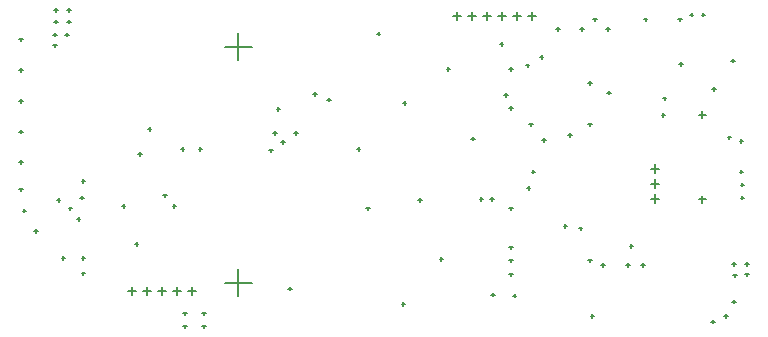
<source format=gbr>
%TF.GenerationSoftware,Altium Limited,Altium Designer,20.2.6 (244)*%
G04 Layer_Color=128*
%FSLAX45Y45*%
%MOMM*%
%TF.SameCoordinates,5B1E47F8-7F56-49C7-AB48-EE235D2752C7*%
%TF.FilePolarity,Positive*%
%TF.FileFunction,Drillmap*%
%TF.Part,Single*%
G01*
G75*
%TA.AperFunction,NonConductor*%
%ADD85C,0.12700*%
D85*
X1885000Y2500000D02*
X2115000D01*
X2000000Y2385000D02*
Y2615000D01*
X1885000Y500000D02*
X2115000D01*
X2000000Y385000D02*
Y615000D01*
X3821000Y2760000D02*
X3891000D01*
X3856000Y2725000D02*
Y2795000D01*
X3948000Y2760000D02*
X4018000D01*
X3983000Y2725000D02*
Y2795000D01*
X4075000Y2760000D02*
X4145000D01*
X4110000Y2725000D02*
Y2795000D01*
X4202000Y2760000D02*
X4272000D01*
X4237000Y2725000D02*
Y2795000D01*
X4329000Y2760000D02*
X4399000D01*
X4364000Y2725000D02*
Y2795000D01*
X4456000Y2760000D02*
X4526000D01*
X4491000Y2725000D02*
Y2795000D01*
X1068000Y430000D02*
X1138000D01*
X1103000Y395000D02*
Y465000D01*
X1195000Y430000D02*
X1265000D01*
X1230000Y395000D02*
Y465000D01*
X1322000Y430000D02*
X1392000D01*
X1357000Y395000D02*
Y465000D01*
X1449000Y430000D02*
X1519000D01*
X1484000Y395000D02*
Y465000D01*
X1576000Y430000D02*
X1646000D01*
X1611000Y395000D02*
Y465000D01*
X5901000Y1207500D02*
X5961000D01*
X5931000Y1177500D02*
Y1237500D01*
X5901000Y1922500D02*
X5961000D01*
X5931000Y1892500D02*
Y1952500D01*
X5495000Y1213000D02*
X5565000D01*
X5530000Y1178000D02*
Y1248000D01*
X5495000Y1340000D02*
X5565000D01*
X5530000Y1305000D02*
Y1375000D01*
X5495000Y1467000D02*
X5565000D01*
X5530000Y1432000D02*
Y1502000D01*
X1445000Y1150000D02*
X1475000D01*
X1460000Y1135000D02*
Y1165000D01*
X4895000Y2650000D02*
X4925000D01*
X4910000Y2635000D02*
Y2665000D01*
X4695000Y2650000D02*
X4725000D01*
X4710000Y2635000D02*
Y2665000D01*
X555000Y2710000D02*
X585000D01*
X570000Y2695000D02*
Y2725000D01*
X445000Y2710000D02*
X475000D01*
X460000Y2695000D02*
Y2725000D01*
X555000Y2810000D02*
X585000D01*
X570000Y2795000D02*
Y2825000D01*
X445000Y2810000D02*
X475000D01*
X460000Y2795000D02*
Y2825000D01*
X535000Y2600000D02*
X565000D01*
X550000Y2585000D02*
Y2615000D01*
X435000Y2510000D02*
X465000D01*
X450000Y2495000D02*
Y2525000D01*
X435000Y2600000D02*
X465000D01*
X450000Y2585000D02*
Y2615000D01*
X6295000Y658431D02*
X6325000D01*
X6310000Y643431D02*
Y673431D01*
X6185000Y658431D02*
X6215000D01*
X6200000Y643431D02*
Y673431D01*
X6295000Y570000D02*
X6325000D01*
X6310000Y555000D02*
Y585000D01*
X6190684Y562699D02*
X6220684D01*
X6205684Y547699D02*
Y577699D01*
X3175000Y2610000D02*
X3205000D01*
X3190000Y2595000D02*
Y2625000D01*
X4555000Y2412500D02*
X4585000D01*
X4570000Y2397500D02*
Y2427500D01*
X1515000Y1630000D02*
X1545000D01*
X1530000Y1615000D02*
Y1645000D01*
X1665000Y1630000D02*
X1695000D01*
X1680000Y1615000D02*
Y1645000D01*
X2325000Y1970000D02*
X2355000D01*
X2340000Y1955000D02*
Y1985000D01*
X4435000Y2340000D02*
X4465000D01*
X4450000Y2325000D02*
Y2355000D01*
X4295000Y1980000D02*
X4325000D01*
X4310000Y1965000D02*
Y1995000D01*
X4255000Y2090000D02*
X4285000D01*
X4270000Y2075000D02*
Y2105000D01*
X4215000Y2520000D02*
X4245000D01*
X4230000Y2505000D02*
Y2535000D01*
X4295000Y570000D02*
X4325000D01*
X4310000Y555000D02*
Y585000D01*
X4295000Y690000D02*
X4325000D01*
X4310000Y675000D02*
Y705000D01*
X4295000Y800000D02*
X4325000D01*
X4310000Y785000D02*
Y815000D01*
X4965000Y690000D02*
X4995000D01*
X4980000Y675000D02*
Y705000D01*
X5075000Y650000D02*
X5105000D01*
X5090000Y635000D02*
Y665000D01*
X5285000Y650000D02*
X5315000D01*
X5300000Y635000D02*
Y665000D01*
X5415000Y650000D02*
X5445000D01*
X5430000Y635000D02*
Y665000D01*
X6185000Y340000D02*
X6215000D01*
X6200000Y325000D02*
Y355000D01*
X6115000Y220000D02*
X6145000D01*
X6130000Y205000D02*
Y235000D01*
X6005000Y170000D02*
X6035000D01*
X6020000Y155000D02*
Y185000D01*
X6245000Y1700000D02*
X6275000D01*
X6260000Y1685000D02*
Y1715000D01*
X6245000Y1440000D02*
X6275000D01*
X6260000Y1425000D02*
Y1455000D01*
X6145000Y1730000D02*
X6175000D01*
X6160000Y1715000D02*
Y1745000D01*
X3395000Y2020000D02*
X3425000D01*
X3410000Y2005000D02*
Y2035000D01*
X3975000Y1720000D02*
X4005000D01*
X3990000Y1705000D02*
Y1735000D01*
X145000Y2560000D02*
X175000D01*
X160000Y2545000D02*
Y2575000D01*
X145000Y2300000D02*
X175000D01*
X160000Y2285000D02*
Y2315000D01*
X145000Y2040000D02*
X175000D01*
X160000Y2025000D02*
Y2055000D01*
X145000Y1780000D02*
X175000D01*
X160000Y1765000D02*
Y1795000D01*
X145000Y1520000D02*
X175000D01*
X160000Y1505000D02*
Y1535000D01*
X145000Y1290000D02*
X175000D01*
X160000Y1275000D02*
Y1305000D01*
X175000Y1110000D02*
X205000D01*
X190000Y1095000D02*
Y1125000D01*
X635000Y1040000D02*
X665000D01*
X650000Y1025000D02*
Y1055000D01*
X565000Y1130000D02*
X595000D01*
X580000Y1115000D02*
Y1145000D01*
X665000Y1220000D02*
X695000D01*
X680000Y1205000D02*
Y1235000D01*
X675000Y1360000D02*
X705000D01*
X690000Y1345000D02*
Y1375000D01*
X505000Y710000D02*
X535000D01*
X520000Y695000D02*
Y725000D01*
X1535000Y130000D02*
X1565000D01*
X1550000Y115000D02*
Y145000D01*
X1695000Y130000D02*
X1725000D01*
X1710000Y115000D02*
Y145000D01*
X1695000Y240000D02*
X1725000D01*
X1710000Y225000D02*
Y255000D01*
X1535000Y240000D02*
X1565000D01*
X1550000Y225000D02*
Y255000D01*
X2365000Y1690000D02*
X2395000D01*
X2380000Y1675000D02*
Y1705000D01*
X2265000Y1620000D02*
X2295000D01*
X2280000Y1605000D02*
Y1635000D01*
X2295000Y1770000D02*
X2325000D01*
X2310000Y1755000D02*
Y1785000D01*
X4145000Y400000D02*
X4175000D01*
X4160000Y385000D02*
Y415000D01*
X3385000Y320000D02*
X3415000D01*
X3400000Y305000D02*
Y335000D01*
X6255000Y1220000D02*
X6285000D01*
X6270000Y1205000D02*
Y1235000D01*
X6255000Y1330000D02*
X6285000D01*
X6270000Y1315000D02*
Y1345000D01*
X6175000Y2380000D02*
X6205000D01*
X6190000Y2365000D02*
Y2395000D01*
X4965000Y1840000D02*
X4995000D01*
X4980000Y1825000D02*
Y1855000D01*
X4795000Y1750000D02*
X4825000D01*
X4810000Y1735000D02*
Y1765000D01*
X4575000Y1710000D02*
X4605000D01*
X4590000Y1695000D02*
Y1725000D01*
X4465000Y1840000D02*
X4495000D01*
X4480000Y1825000D02*
Y1855000D01*
X3765000Y2310000D02*
X3795000D01*
X3780000Y2295000D02*
Y2325000D01*
X3005000Y1630000D02*
X3035000D01*
X3020000Y1615000D02*
Y1645000D01*
X3525000Y1200000D02*
X3555000D01*
X3540000Y1185000D02*
Y1215000D01*
X3085000Y1130000D02*
X3115000D01*
X3100000Y1115000D02*
Y1145000D01*
X4045000Y1210000D02*
X4075000D01*
X4060000Y1195000D02*
Y1225000D01*
X4135000Y1210000D02*
X4165000D01*
X4150000Y1195000D02*
Y1225000D01*
X675000Y580000D02*
X705000D01*
X690000Y565000D02*
Y595000D01*
X675000Y710000D02*
X705000D01*
X690000Y695000D02*
Y725000D01*
X1015000Y1150000D02*
X1045000D01*
X1030000Y1135000D02*
Y1165000D01*
X275000Y940000D02*
X305000D01*
X290000Y925000D02*
Y955000D01*
X465000Y1200000D02*
X495000D01*
X480000Y1185000D02*
Y1215000D01*
X1125000Y830000D02*
X1155000D01*
X1140000Y815000D02*
Y845000D01*
X1365000Y1240000D02*
X1395000D01*
X1380000Y1225000D02*
Y1255000D01*
X1235000Y1800000D02*
X1265000D01*
X1250000Y1785000D02*
Y1815000D01*
X1155000Y1590000D02*
X1185000D01*
X1170000Y1575000D02*
Y1605000D01*
X4755000Y980000D02*
X4785000D01*
X4770000Y965000D02*
Y995000D01*
X4885000Y960000D02*
X4915000D01*
X4900000Y945000D02*
Y975000D01*
X2425000Y450000D02*
X2455000D01*
X2440000Y435000D02*
Y465000D01*
X3705000Y700000D02*
X3735000D01*
X3720000Y685000D02*
Y715000D01*
X4985000Y220000D02*
X5015000D01*
X5000000Y205000D02*
Y235000D01*
X5315000Y810000D02*
X5345000D01*
X5330000Y795000D02*
Y825000D01*
X2635000Y2100000D02*
X2665000D01*
X2650000Y2085000D02*
Y2115000D01*
X5125000Y2110000D02*
X5155000D01*
X5140000Y2095000D02*
Y2125000D01*
X4485000Y1440000D02*
X4515000D01*
X4500000Y1425000D02*
Y1455000D01*
X6015000Y2140000D02*
X6045000D01*
X6030000Y2125000D02*
Y2155000D01*
X4445000Y1300000D02*
X4475000D01*
X4460000Y1285000D02*
Y1315000D01*
X4325000Y390000D02*
X4355000D01*
X4340000Y375000D02*
Y405000D01*
X4295000Y1130000D02*
X4325000D01*
X4310000Y1115000D02*
Y1145000D01*
X5115000Y2650000D02*
X5145000D01*
X5130000Y2635000D02*
Y2665000D01*
X5725000Y2730000D02*
X5755000D01*
X5740000Y2715000D02*
Y2745000D01*
X5585000Y1920000D02*
X5615000D01*
X5600000Y1905000D02*
Y1935000D01*
X5595000Y2060000D02*
X5625000D01*
X5610000Y2045000D02*
Y2075000D01*
X4295000Y2310000D02*
X4325000D01*
X4310000Y2295000D02*
Y2325000D01*
X2755000Y2050000D02*
X2785000D01*
X2770000Y2035000D02*
Y2065000D01*
X2475000Y1770000D02*
X2505000D01*
X2490000Y1755000D02*
Y1785000D01*
X5005000Y2730000D02*
X5035000D01*
X5020000Y2715000D02*
Y2745000D01*
X5435000Y2730000D02*
X5465000D01*
X5450000Y2715000D02*
Y2745000D01*
X5825000Y2770000D02*
X5855000D01*
X5840000Y2755000D02*
Y2785000D01*
X4965000Y2190000D02*
X4995000D01*
X4980000Y2175000D02*
Y2205000D01*
X5925000Y2770000D02*
X5955000D01*
X5940000Y2755000D02*
Y2785000D01*
X5735000Y2350000D02*
X5765000D01*
X5750000Y2335000D02*
Y2365000D01*
%TF.MD5,df526c1ca1f10f83b2da0911f0f5c801*%
M02*

</source>
